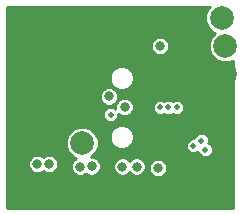
<source format=gbr>
G04 #@! TF.GenerationSoftware,KiCad,Pcbnew,(5.0.2)-1*
G04 #@! TF.CreationDate,2019-05-05T23:42:23+01:00*
G04 #@! TF.ProjectId,power-bank-upgrade,706f7765-722d-4626-916e-6b2d75706772,rev?*
G04 #@! TF.SameCoordinates,Original*
G04 #@! TF.FileFunction,Copper,L2,Inr*
G04 #@! TF.FilePolarity,Positive*
%FSLAX46Y46*%
G04 Gerber Fmt 4.6, Leading zero omitted, Abs format (unit mm)*
G04 Created by KiCad (PCBNEW (5.0.2)-1) date 05/05/2019 23:42:23*
%MOMM*%
%LPD*%
G01*
G04 APERTURE LIST*
G04 #@! TA.AperFunction,ViaPad*
%ADD10C,1.998980*%
G04 #@! TD*
G04 #@! TA.AperFunction,ViaPad*
%ADD11C,1.450000*%
G04 #@! TD*
G04 #@! TA.AperFunction,ViaPad*
%ADD12O,1.900000X1.200000*%
G04 #@! TD*
G04 #@! TA.AperFunction,ViaPad*
%ADD13C,0.800000*%
G04 #@! TD*
G04 #@! TA.AperFunction,ViaPad*
%ADD14C,0.508000*%
G04 #@! TD*
G04 #@! TA.AperFunction,Conductor*
%ADD15C,0.254000*%
G04 #@! TD*
G04 APERTURE END LIST*
D10*
G04 #@! TO.N,Net-(J6-Pad1)*
G04 #@! TO.C,J6*
X26800000Y-184000000D03*
G04 #@! TD*
G04 #@! TO.N,GNDA*
G04 #@! TO.C,GND*
X38900000Y-178200000D03*
G04 #@! TD*
G04 #@! TO.N,/VBATT*
G04 #@! TO.C,BATT*
X38900000Y-175800000D03*
G04 #@! TD*
G04 #@! TO.N,/NTC+*
G04 #@! TO.C,NTC*
X38600000Y-173400000D03*
G04 #@! TD*
D11*
G04 #@! TO.N,GNDA*
G04 #@! TO.C,J1*
X24462500Y-183500000D03*
X24462500Y-178500000D03*
D12*
X21762500Y-184500000D03*
X21762500Y-177500000D03*
G04 #@! TD*
D13*
G04 #@! TO.N,VCC*
X23000000Y-185800000D03*
X26600000Y-186000000D03*
X33400000Y-175800000D03*
X30200000Y-186000000D03*
X33200000Y-186112079D03*
D14*
G04 #@! TO.N,GNDA*
X35600000Y-183600000D03*
D13*
X31400000Y-175800000D03*
X36800000Y-174800000D03*
X34428610Y-178520183D03*
D14*
G04 #@! TO.N,Net-(C3-Pad1)*
X34800000Y-181000000D03*
X34100000Y-181000000D03*
X33400000Y-181000000D03*
D13*
G04 #@! TO.N,Net-(D2-Pad1)*
X24000000Y-185800000D03*
D14*
X36182840Y-184255184D03*
D13*
G04 #@! TO.N,Net-(D3-Pad1)*
X27593870Y-185980032D03*
D14*
X36883891Y-183800000D03*
D13*
G04 #@! TO.N,Net-(D4-Pad1)*
X31400000Y-186000000D03*
D14*
X37218837Y-184586617D03*
D13*
G04 #@! TO.N,Net-(J2-Pad2)*
X30386856Y-180971390D03*
G04 #@! TO.N,Net-(J2-Pad3)*
X29067202Y-180061709D03*
D14*
G04 #@! TO.N,Net-(J6-Pad1)*
X29200000Y-181600000D03*
G04 #@! TD*
D15*
G04 #@! TO.N,GNDA*
G36*
X37429677Y-172618015D02*
X37219510Y-173125404D01*
X37219510Y-173674596D01*
X37429677Y-174181985D01*
X37818015Y-174570323D01*
X38072117Y-174675575D01*
X37729677Y-175018015D01*
X37519510Y-175525404D01*
X37519510Y-176074596D01*
X37729677Y-176581985D01*
X38118015Y-176970323D01*
X38625404Y-177180490D01*
X39174596Y-177180490D01*
X39544001Y-177027478D01*
X39544000Y-189544000D01*
X20456000Y-189544000D01*
X20456000Y-185644649D01*
X22219000Y-185644649D01*
X22219000Y-185955351D01*
X22337900Y-186242401D01*
X22557599Y-186462100D01*
X22844649Y-186581000D01*
X23155351Y-186581000D01*
X23442401Y-186462100D01*
X23500000Y-186404501D01*
X23557599Y-186462100D01*
X23844649Y-186581000D01*
X24155351Y-186581000D01*
X24442401Y-186462100D01*
X24662100Y-186242401D01*
X24781000Y-185955351D01*
X24781000Y-185644649D01*
X24662100Y-185357599D01*
X24442401Y-185137900D01*
X24155351Y-185019000D01*
X23844649Y-185019000D01*
X23557599Y-185137900D01*
X23500000Y-185195499D01*
X23442401Y-185137900D01*
X23155351Y-185019000D01*
X22844649Y-185019000D01*
X22557599Y-185137900D01*
X22337900Y-185357599D01*
X22219000Y-185644649D01*
X20456000Y-185644649D01*
X20456000Y-183725404D01*
X25419510Y-183725404D01*
X25419510Y-184274596D01*
X25629677Y-184781985D01*
X26018015Y-185170323D01*
X26290091Y-185283020D01*
X26157599Y-185337900D01*
X25937900Y-185557599D01*
X25819000Y-185844649D01*
X25819000Y-186155351D01*
X25937900Y-186442401D01*
X26157599Y-186662100D01*
X26444649Y-186781000D01*
X26755351Y-186781000D01*
X27042401Y-186662100D01*
X27106919Y-186597582D01*
X27151469Y-186642132D01*
X27438519Y-186761032D01*
X27749221Y-186761032D01*
X28036271Y-186642132D01*
X28255970Y-186422433D01*
X28374870Y-186135383D01*
X28374870Y-185844649D01*
X29419000Y-185844649D01*
X29419000Y-186155351D01*
X29537900Y-186442401D01*
X29757599Y-186662100D01*
X30044649Y-186781000D01*
X30355351Y-186781000D01*
X30642401Y-186662100D01*
X30800000Y-186504501D01*
X30957599Y-186662100D01*
X31244649Y-186781000D01*
X31555351Y-186781000D01*
X31842401Y-186662100D01*
X32062100Y-186442401D01*
X32181000Y-186155351D01*
X32181000Y-185956728D01*
X32419000Y-185956728D01*
X32419000Y-186267430D01*
X32537900Y-186554480D01*
X32757599Y-186774179D01*
X33044649Y-186893079D01*
X33355351Y-186893079D01*
X33642401Y-186774179D01*
X33862100Y-186554480D01*
X33981000Y-186267430D01*
X33981000Y-185956728D01*
X33862100Y-185669678D01*
X33642401Y-185449979D01*
X33355351Y-185331079D01*
X33044649Y-185331079D01*
X32757599Y-185449979D01*
X32537900Y-185669678D01*
X32419000Y-185956728D01*
X32181000Y-185956728D01*
X32181000Y-185844649D01*
X32062100Y-185557599D01*
X31842401Y-185337900D01*
X31555351Y-185219000D01*
X31244649Y-185219000D01*
X30957599Y-185337900D01*
X30800000Y-185495499D01*
X30642401Y-185337900D01*
X30355351Y-185219000D01*
X30044649Y-185219000D01*
X29757599Y-185337900D01*
X29537900Y-185557599D01*
X29419000Y-185844649D01*
X28374870Y-185844649D01*
X28374870Y-185824681D01*
X28255970Y-185537631D01*
X28036271Y-185317932D01*
X27749221Y-185199032D01*
X27512675Y-185199032D01*
X27581985Y-185170323D01*
X27970323Y-184781985D01*
X28180490Y-184274596D01*
X28180490Y-183725404D01*
X28002179Y-183294921D01*
X29119000Y-183294921D01*
X29119000Y-183705079D01*
X29275961Y-184084014D01*
X29565986Y-184374039D01*
X29944921Y-184531000D01*
X30355079Y-184531000D01*
X30734014Y-184374039D01*
X30979178Y-184128875D01*
X35547840Y-184128875D01*
X35547840Y-184381493D01*
X35644513Y-184614882D01*
X35823142Y-184793511D01*
X36056531Y-184890184D01*
X36309149Y-184890184D01*
X36542538Y-184793511D01*
X36595344Y-184740705D01*
X36680510Y-184946315D01*
X36859139Y-185124944D01*
X37092528Y-185221617D01*
X37345146Y-185221617D01*
X37578535Y-185124944D01*
X37757164Y-184946315D01*
X37853837Y-184712926D01*
X37853837Y-184460308D01*
X37757164Y-184226919D01*
X37578535Y-184048290D01*
X37484499Y-184009339D01*
X37518891Y-183926309D01*
X37518891Y-183673691D01*
X37422218Y-183440302D01*
X37243589Y-183261673D01*
X37010200Y-183165000D01*
X36757582Y-183165000D01*
X36524193Y-183261673D01*
X36345564Y-183440302D01*
X36271054Y-183620184D01*
X36056531Y-183620184D01*
X35823142Y-183716857D01*
X35644513Y-183895486D01*
X35547840Y-184128875D01*
X30979178Y-184128875D01*
X31024039Y-184084014D01*
X31181000Y-183705079D01*
X31181000Y-183294921D01*
X31024039Y-182915986D01*
X30734014Y-182625961D01*
X30355079Y-182469000D01*
X29944921Y-182469000D01*
X29565986Y-182625961D01*
X29275961Y-182915986D01*
X29119000Y-183294921D01*
X28002179Y-183294921D01*
X27970323Y-183218015D01*
X27581985Y-182829677D01*
X27074596Y-182619510D01*
X26525404Y-182619510D01*
X26018015Y-182829677D01*
X25629677Y-183218015D01*
X25419510Y-183725404D01*
X20456000Y-183725404D01*
X20456000Y-181473691D01*
X28565000Y-181473691D01*
X28565000Y-181726309D01*
X28661673Y-181959698D01*
X28840302Y-182138327D01*
X29073691Y-182235000D01*
X29326309Y-182235000D01*
X29559698Y-182138327D01*
X29738327Y-181959698D01*
X29835000Y-181726309D01*
X29835000Y-181524035D01*
X29944455Y-181633490D01*
X30231505Y-181752390D01*
X30542207Y-181752390D01*
X30829257Y-181633490D01*
X31048956Y-181413791D01*
X31167856Y-181126741D01*
X31167856Y-180873691D01*
X32765000Y-180873691D01*
X32765000Y-181126309D01*
X32861673Y-181359698D01*
X33040302Y-181538327D01*
X33273691Y-181635000D01*
X33526309Y-181635000D01*
X33750000Y-181542344D01*
X33973691Y-181635000D01*
X34226309Y-181635000D01*
X34450000Y-181542344D01*
X34673691Y-181635000D01*
X34926309Y-181635000D01*
X35159698Y-181538327D01*
X35338327Y-181359698D01*
X35435000Y-181126309D01*
X35435000Y-180873691D01*
X35338327Y-180640302D01*
X35159698Y-180461673D01*
X34926309Y-180365000D01*
X34673691Y-180365000D01*
X34450000Y-180457656D01*
X34226309Y-180365000D01*
X33973691Y-180365000D01*
X33750000Y-180457656D01*
X33526309Y-180365000D01*
X33273691Y-180365000D01*
X33040302Y-180461673D01*
X32861673Y-180640302D01*
X32765000Y-180873691D01*
X31167856Y-180873691D01*
X31167856Y-180816039D01*
X31048956Y-180528989D01*
X30829257Y-180309290D01*
X30542207Y-180190390D01*
X30231505Y-180190390D01*
X29944455Y-180309290D01*
X29724756Y-180528989D01*
X29605856Y-180816039D01*
X29605856Y-181107831D01*
X29559698Y-181061673D01*
X29326309Y-180965000D01*
X29073691Y-180965000D01*
X28840302Y-181061673D01*
X28661673Y-181240302D01*
X28565000Y-181473691D01*
X20456000Y-181473691D01*
X20456000Y-179906358D01*
X28286202Y-179906358D01*
X28286202Y-180217060D01*
X28405102Y-180504110D01*
X28624801Y-180723809D01*
X28911851Y-180842709D01*
X29222553Y-180842709D01*
X29509603Y-180723809D01*
X29729302Y-180504110D01*
X29848202Y-180217060D01*
X29848202Y-179906358D01*
X29729302Y-179619308D01*
X29509603Y-179399609D01*
X29222553Y-179280709D01*
X28911851Y-179280709D01*
X28624801Y-179399609D01*
X28405102Y-179619308D01*
X28286202Y-179906358D01*
X20456000Y-179906358D01*
X20456000Y-178294921D01*
X29119000Y-178294921D01*
X29119000Y-178705079D01*
X29275961Y-179084014D01*
X29565986Y-179374039D01*
X29944921Y-179531000D01*
X30355079Y-179531000D01*
X30734014Y-179374039D01*
X31024039Y-179084014D01*
X31181000Y-178705079D01*
X31181000Y-178294921D01*
X31024039Y-177915986D01*
X30734014Y-177625961D01*
X30355079Y-177469000D01*
X29944921Y-177469000D01*
X29565986Y-177625961D01*
X29275961Y-177915986D01*
X29119000Y-178294921D01*
X20456000Y-178294921D01*
X20456000Y-175644649D01*
X32619000Y-175644649D01*
X32619000Y-175955351D01*
X32737900Y-176242401D01*
X32957599Y-176462100D01*
X33244649Y-176581000D01*
X33555351Y-176581000D01*
X33842401Y-176462100D01*
X34062100Y-176242401D01*
X34181000Y-175955351D01*
X34181000Y-175644649D01*
X34062100Y-175357599D01*
X33842401Y-175137900D01*
X33555351Y-175019000D01*
X33244649Y-175019000D01*
X32957599Y-175137900D01*
X32737900Y-175357599D01*
X32619000Y-175644649D01*
X20456000Y-175644649D01*
X20456000Y-172456000D01*
X37591692Y-172456000D01*
X37429677Y-172618015D01*
X37429677Y-172618015D01*
G37*
X37429677Y-172618015D02*
X37219510Y-173125404D01*
X37219510Y-173674596D01*
X37429677Y-174181985D01*
X37818015Y-174570323D01*
X38072117Y-174675575D01*
X37729677Y-175018015D01*
X37519510Y-175525404D01*
X37519510Y-176074596D01*
X37729677Y-176581985D01*
X38118015Y-176970323D01*
X38625404Y-177180490D01*
X39174596Y-177180490D01*
X39544001Y-177027478D01*
X39544000Y-189544000D01*
X20456000Y-189544000D01*
X20456000Y-185644649D01*
X22219000Y-185644649D01*
X22219000Y-185955351D01*
X22337900Y-186242401D01*
X22557599Y-186462100D01*
X22844649Y-186581000D01*
X23155351Y-186581000D01*
X23442401Y-186462100D01*
X23500000Y-186404501D01*
X23557599Y-186462100D01*
X23844649Y-186581000D01*
X24155351Y-186581000D01*
X24442401Y-186462100D01*
X24662100Y-186242401D01*
X24781000Y-185955351D01*
X24781000Y-185644649D01*
X24662100Y-185357599D01*
X24442401Y-185137900D01*
X24155351Y-185019000D01*
X23844649Y-185019000D01*
X23557599Y-185137900D01*
X23500000Y-185195499D01*
X23442401Y-185137900D01*
X23155351Y-185019000D01*
X22844649Y-185019000D01*
X22557599Y-185137900D01*
X22337900Y-185357599D01*
X22219000Y-185644649D01*
X20456000Y-185644649D01*
X20456000Y-183725404D01*
X25419510Y-183725404D01*
X25419510Y-184274596D01*
X25629677Y-184781985D01*
X26018015Y-185170323D01*
X26290091Y-185283020D01*
X26157599Y-185337900D01*
X25937900Y-185557599D01*
X25819000Y-185844649D01*
X25819000Y-186155351D01*
X25937900Y-186442401D01*
X26157599Y-186662100D01*
X26444649Y-186781000D01*
X26755351Y-186781000D01*
X27042401Y-186662100D01*
X27106919Y-186597582D01*
X27151469Y-186642132D01*
X27438519Y-186761032D01*
X27749221Y-186761032D01*
X28036271Y-186642132D01*
X28255970Y-186422433D01*
X28374870Y-186135383D01*
X28374870Y-185844649D01*
X29419000Y-185844649D01*
X29419000Y-186155351D01*
X29537900Y-186442401D01*
X29757599Y-186662100D01*
X30044649Y-186781000D01*
X30355351Y-186781000D01*
X30642401Y-186662100D01*
X30800000Y-186504501D01*
X30957599Y-186662100D01*
X31244649Y-186781000D01*
X31555351Y-186781000D01*
X31842401Y-186662100D01*
X32062100Y-186442401D01*
X32181000Y-186155351D01*
X32181000Y-185956728D01*
X32419000Y-185956728D01*
X32419000Y-186267430D01*
X32537900Y-186554480D01*
X32757599Y-186774179D01*
X33044649Y-186893079D01*
X33355351Y-186893079D01*
X33642401Y-186774179D01*
X33862100Y-186554480D01*
X33981000Y-186267430D01*
X33981000Y-185956728D01*
X33862100Y-185669678D01*
X33642401Y-185449979D01*
X33355351Y-185331079D01*
X33044649Y-185331079D01*
X32757599Y-185449979D01*
X32537900Y-185669678D01*
X32419000Y-185956728D01*
X32181000Y-185956728D01*
X32181000Y-185844649D01*
X32062100Y-185557599D01*
X31842401Y-185337900D01*
X31555351Y-185219000D01*
X31244649Y-185219000D01*
X30957599Y-185337900D01*
X30800000Y-185495499D01*
X30642401Y-185337900D01*
X30355351Y-185219000D01*
X30044649Y-185219000D01*
X29757599Y-185337900D01*
X29537900Y-185557599D01*
X29419000Y-185844649D01*
X28374870Y-185844649D01*
X28374870Y-185824681D01*
X28255970Y-185537631D01*
X28036271Y-185317932D01*
X27749221Y-185199032D01*
X27512675Y-185199032D01*
X27581985Y-185170323D01*
X27970323Y-184781985D01*
X28180490Y-184274596D01*
X28180490Y-183725404D01*
X28002179Y-183294921D01*
X29119000Y-183294921D01*
X29119000Y-183705079D01*
X29275961Y-184084014D01*
X29565986Y-184374039D01*
X29944921Y-184531000D01*
X30355079Y-184531000D01*
X30734014Y-184374039D01*
X30979178Y-184128875D01*
X35547840Y-184128875D01*
X35547840Y-184381493D01*
X35644513Y-184614882D01*
X35823142Y-184793511D01*
X36056531Y-184890184D01*
X36309149Y-184890184D01*
X36542538Y-184793511D01*
X36595344Y-184740705D01*
X36680510Y-184946315D01*
X36859139Y-185124944D01*
X37092528Y-185221617D01*
X37345146Y-185221617D01*
X37578535Y-185124944D01*
X37757164Y-184946315D01*
X37853837Y-184712926D01*
X37853837Y-184460308D01*
X37757164Y-184226919D01*
X37578535Y-184048290D01*
X37484499Y-184009339D01*
X37518891Y-183926309D01*
X37518891Y-183673691D01*
X37422218Y-183440302D01*
X37243589Y-183261673D01*
X37010200Y-183165000D01*
X36757582Y-183165000D01*
X36524193Y-183261673D01*
X36345564Y-183440302D01*
X36271054Y-183620184D01*
X36056531Y-183620184D01*
X35823142Y-183716857D01*
X35644513Y-183895486D01*
X35547840Y-184128875D01*
X30979178Y-184128875D01*
X31024039Y-184084014D01*
X31181000Y-183705079D01*
X31181000Y-183294921D01*
X31024039Y-182915986D01*
X30734014Y-182625961D01*
X30355079Y-182469000D01*
X29944921Y-182469000D01*
X29565986Y-182625961D01*
X29275961Y-182915986D01*
X29119000Y-183294921D01*
X28002179Y-183294921D01*
X27970323Y-183218015D01*
X27581985Y-182829677D01*
X27074596Y-182619510D01*
X26525404Y-182619510D01*
X26018015Y-182829677D01*
X25629677Y-183218015D01*
X25419510Y-183725404D01*
X20456000Y-183725404D01*
X20456000Y-181473691D01*
X28565000Y-181473691D01*
X28565000Y-181726309D01*
X28661673Y-181959698D01*
X28840302Y-182138327D01*
X29073691Y-182235000D01*
X29326309Y-182235000D01*
X29559698Y-182138327D01*
X29738327Y-181959698D01*
X29835000Y-181726309D01*
X29835000Y-181524035D01*
X29944455Y-181633490D01*
X30231505Y-181752390D01*
X30542207Y-181752390D01*
X30829257Y-181633490D01*
X31048956Y-181413791D01*
X31167856Y-181126741D01*
X31167856Y-180873691D01*
X32765000Y-180873691D01*
X32765000Y-181126309D01*
X32861673Y-181359698D01*
X33040302Y-181538327D01*
X33273691Y-181635000D01*
X33526309Y-181635000D01*
X33750000Y-181542344D01*
X33973691Y-181635000D01*
X34226309Y-181635000D01*
X34450000Y-181542344D01*
X34673691Y-181635000D01*
X34926309Y-181635000D01*
X35159698Y-181538327D01*
X35338327Y-181359698D01*
X35435000Y-181126309D01*
X35435000Y-180873691D01*
X35338327Y-180640302D01*
X35159698Y-180461673D01*
X34926309Y-180365000D01*
X34673691Y-180365000D01*
X34450000Y-180457656D01*
X34226309Y-180365000D01*
X33973691Y-180365000D01*
X33750000Y-180457656D01*
X33526309Y-180365000D01*
X33273691Y-180365000D01*
X33040302Y-180461673D01*
X32861673Y-180640302D01*
X32765000Y-180873691D01*
X31167856Y-180873691D01*
X31167856Y-180816039D01*
X31048956Y-180528989D01*
X30829257Y-180309290D01*
X30542207Y-180190390D01*
X30231505Y-180190390D01*
X29944455Y-180309290D01*
X29724756Y-180528989D01*
X29605856Y-180816039D01*
X29605856Y-181107831D01*
X29559698Y-181061673D01*
X29326309Y-180965000D01*
X29073691Y-180965000D01*
X28840302Y-181061673D01*
X28661673Y-181240302D01*
X28565000Y-181473691D01*
X20456000Y-181473691D01*
X20456000Y-179906358D01*
X28286202Y-179906358D01*
X28286202Y-180217060D01*
X28405102Y-180504110D01*
X28624801Y-180723809D01*
X28911851Y-180842709D01*
X29222553Y-180842709D01*
X29509603Y-180723809D01*
X29729302Y-180504110D01*
X29848202Y-180217060D01*
X29848202Y-179906358D01*
X29729302Y-179619308D01*
X29509603Y-179399609D01*
X29222553Y-179280709D01*
X28911851Y-179280709D01*
X28624801Y-179399609D01*
X28405102Y-179619308D01*
X28286202Y-179906358D01*
X20456000Y-179906358D01*
X20456000Y-178294921D01*
X29119000Y-178294921D01*
X29119000Y-178705079D01*
X29275961Y-179084014D01*
X29565986Y-179374039D01*
X29944921Y-179531000D01*
X30355079Y-179531000D01*
X30734014Y-179374039D01*
X31024039Y-179084014D01*
X31181000Y-178705079D01*
X31181000Y-178294921D01*
X31024039Y-177915986D01*
X30734014Y-177625961D01*
X30355079Y-177469000D01*
X29944921Y-177469000D01*
X29565986Y-177625961D01*
X29275961Y-177915986D01*
X29119000Y-178294921D01*
X20456000Y-178294921D01*
X20456000Y-175644649D01*
X32619000Y-175644649D01*
X32619000Y-175955351D01*
X32737900Y-176242401D01*
X32957599Y-176462100D01*
X33244649Y-176581000D01*
X33555351Y-176581000D01*
X33842401Y-176462100D01*
X34062100Y-176242401D01*
X34181000Y-175955351D01*
X34181000Y-175644649D01*
X34062100Y-175357599D01*
X33842401Y-175137900D01*
X33555351Y-175019000D01*
X33244649Y-175019000D01*
X32957599Y-175137900D01*
X32737900Y-175357599D01*
X32619000Y-175644649D01*
X20456000Y-175644649D01*
X20456000Y-172456000D01*
X37591692Y-172456000D01*
X37429677Y-172618015D01*
G04 #@! TD*
M02*

</source>
